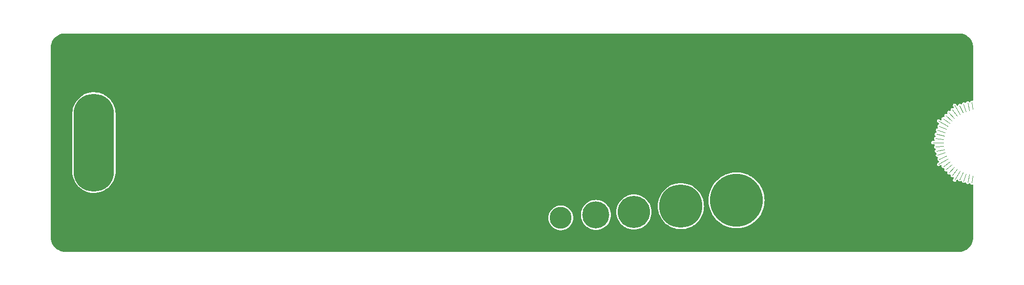
<source format=gbr>
G04 #@! TF.GenerationSoftware,KiCad,Pcbnew,7.0.9*
G04 #@! TF.CreationDate,2024-01-03T20:33:29+01:00*
G04 #@! TF.ProjectId,pcb_ruler,7063625f-7275-46c6-9572-2e6b69636164,rev?*
G04 #@! TF.SameCoordinates,Original*
G04 #@! TF.FileFunction,Copper,L1,Top*
G04 #@! TF.FilePolarity,Positive*
%FSLAX46Y46*%
G04 Gerber Fmt 4.6, Leading zero omitted, Abs format (unit mm)*
G04 Created by KiCad (PCBNEW 7.0.9) date 2024-01-03 20:33:29*
%MOMM*%
%LPD*%
G01*
G04 APERTURE LIST*
G04 #@! TA.AperFunction,EtchedComponent*
%ADD10C,0.100000*%
G04 #@! TD*
G04 #@! TA.AperFunction,ComponentPad*
%ADD11O,7.000000X17.000000*%
G04 #@! TD*
G04 #@! TA.AperFunction,ComponentPad*
%ADD12C,3.800000*%
G04 #@! TD*
G04 #@! TA.AperFunction,ComponentPad*
%ADD13C,5.600000*%
G04 #@! TD*
G04 #@! TA.AperFunction,ComponentPad*
%ADD14C,7.500000*%
G04 #@! TD*
G04 #@! TA.AperFunction,ComponentPad*
%ADD15C,4.700000*%
G04 #@! TD*
G04 #@! TA.AperFunction,ComponentPad*
%ADD16C,9.200000*%
G04 #@! TD*
G04 APERTURE END LIST*
D10*
X259400000Y-124800000D02*
X259263516Y-126013707D01*
X259400000Y-113200000D02*
X259263516Y-111999957D01*
X258818688Y-124564473D02*
X258535177Y-125898316D01*
X258818688Y-113449174D02*
X258535177Y-112115337D01*
X258244227Y-124410595D02*
X257822812Y-125707428D01*
X258244227Y-113603090D02*
X257822812Y-112306212D01*
X257688946Y-124197448D02*
X257134370Y-125443161D01*
X257688946Y-113816216D02*
X257134370Y-112570473D01*
X257159065Y-123927409D02*
X256249973Y-125502043D01*
X257159065Y-114086217D02*
X256249973Y-112511641D01*
X256660292Y-123603554D02*
X255858768Y-124706740D01*
X256660292Y-114410137D02*
X255858768Y-113306931D01*
X256198081Y-123229282D02*
X255285655Y-124242605D01*
X256198081Y-114784415D02*
X255285655Y-113771041D01*
X255777564Y-122808700D02*
X254764176Y-123721191D01*
X255777564Y-115204953D02*
X254764176Y-114292500D01*
X255403292Y-122346489D02*
X254300099Y-123148077D01*
X255403292Y-115667125D02*
X254300099Y-114865619D01*
X255079379Y-121847717D02*
X253504776Y-122756809D01*
X255079379Y-116165910D02*
X253504776Y-115256818D01*
X254809377Y-121317835D02*
X253563634Y-121872476D01*
X254809377Y-116695810D02*
X253563634Y-116141183D01*
X254596251Y-120762618D02*
X253299348Y-121183969D01*
X254596251Y-117251047D02*
X253299348Y-116829656D01*
X254442309Y-120188158D02*
X253108472Y-120471667D01*
X254442309Y-117825533D02*
X253108472Y-117542023D01*
X254349283Y-119600741D02*
X252993118Y-119743265D01*
X254349283Y-118412950D02*
X252993118Y-118270361D01*
X254318161Y-119006846D02*
X252499972Y-119006846D01*
D11*
X107023810Y-119000000D03*
D12*
X187960000Y-132080000D03*
D13*
X200660000Y-131064000D03*
D14*
X208788000Y-130048000D03*
D15*
X194056000Y-131572000D03*
D16*
X218440000Y-129032000D03*
G04 #@! TA.AperFunction,NonConductor*
G36*
X257025710Y-100025614D02*
G01*
X257318279Y-100043313D01*
X257325819Y-100044228D01*
X257612249Y-100096719D01*
X257619632Y-100098540D01*
X257897641Y-100185172D01*
X257904751Y-100187868D01*
X258170294Y-100307380D01*
X258177019Y-100310910D01*
X258426225Y-100461562D01*
X258432477Y-100465877D01*
X258661699Y-100645462D01*
X258661703Y-100645465D01*
X258667393Y-100650506D01*
X258873302Y-100856415D01*
X258878344Y-100862107D01*
X259057920Y-101091320D01*
X259062246Y-101097587D01*
X259212890Y-101346785D01*
X259216429Y-101353527D01*
X259335932Y-101619050D01*
X259338632Y-101626170D01*
X259376373Y-101747284D01*
X259425261Y-101904174D01*
X259425262Y-101904175D01*
X259427084Y-101911568D01*
X259479570Y-102197980D01*
X259480488Y-102205539D01*
X259498194Y-102498265D01*
X259498309Y-102502078D01*
X259497177Y-111585487D01*
X259477166Y-111653605D01*
X259423505Y-111700091D01*
X259353230Y-111710186D01*
X259350611Y-111709781D01*
X259257148Y-111694318D01*
X259257142Y-111694318D01*
X259147165Y-111717258D01*
X259147164Y-111717259D01*
X259052902Y-111778377D01*
X259052900Y-111778379D01*
X258987078Y-111869427D01*
X258985879Y-111874003D01*
X258949258Y-111934826D01*
X258885567Y-111966194D01*
X258815028Y-111958149D01*
X258773001Y-111929207D01*
X258713341Y-111866916D01*
X258713340Y-111866915D01*
X258611568Y-111819330D01*
X258499480Y-111811723D01*
X258499477Y-111811723D01*
X258392213Y-111845120D01*
X258304255Y-111915010D01*
X258304254Y-111915011D01*
X258247480Y-112011959D01*
X258246096Y-112020527D01*
X258215485Y-112084585D01*
X258155101Y-112121925D01*
X258084115Y-112120691D01*
X258040325Y-112096620D01*
X257974025Y-112040524D01*
X257974020Y-112040521D01*
X257867833Y-112003840D01*
X257755563Y-112007995D01*
X257652381Y-112052422D01*
X257652378Y-112052424D01*
X257572210Y-112131129D01*
X257572208Y-112131131D01*
X257525884Y-112233481D01*
X257525882Y-112233486D01*
X257525407Y-112242062D01*
X257501661Y-112308970D01*
X257445512Y-112352418D01*
X257374786Y-112358612D01*
X257328709Y-112339245D01*
X257323762Y-112335878D01*
X257257001Y-112290442D01*
X257257000Y-112290441D01*
X257256999Y-112290441D01*
X257256998Y-112290440D01*
X257147566Y-112265053D01*
X257147559Y-112265053D01*
X257036341Y-112280911D01*
X256938357Y-112335878D01*
X256866849Y-112422525D01*
X256837957Y-112509603D01*
X256797520Y-112567959D01*
X256731953Y-112595189D01*
X256662072Y-112582647D01*
X256610066Y-112534317D01*
X256609249Y-112532923D01*
X256496294Y-112337280D01*
X256496292Y-112337278D01*
X256496291Y-112337276D01*
X256441625Y-112273472D01*
X256441622Y-112273470D01*
X256342647Y-112220321D01*
X256231153Y-112206515D01*
X256231151Y-112206516D01*
X256122202Y-112233918D01*
X256122199Y-112233919D01*
X256030502Y-112298830D01*
X255968448Y-112392480D01*
X255968447Y-112392484D01*
X255944412Y-112502228D01*
X255961645Y-112613244D01*
X256088133Y-112832324D01*
X256104871Y-112901320D01*
X256081651Y-112968412D01*
X256025844Y-113012299D01*
X255955169Y-113019048D01*
X255931337Y-113011957D01*
X255920485Y-113007521D01*
X255920481Y-113007520D01*
X255808159Y-113005444D01*
X255702665Y-113044086D01*
X255618258Y-113118222D01*
X255618256Y-113118226D01*
X255566329Y-113217851D01*
X255553896Y-113329510D01*
X255553897Y-113329512D01*
X255556111Y-113337878D01*
X255554203Y-113408849D01*
X255514228Y-113467522D01*
X255448878Y-113495268D01*
X255399077Y-113491089D01*
X255315740Y-113466820D01*
X255203808Y-113476496D01*
X255102933Y-113525952D01*
X255026737Y-113608507D01*
X255026736Y-113608508D01*
X254985509Y-113713011D01*
X254985508Y-113713013D01*
X254984814Y-113825359D01*
X254987888Y-113833442D01*
X254993408Y-113904224D01*
X254959785Y-113966754D01*
X254897692Y-114001179D01*
X254847728Y-114002227D01*
X254762292Y-113986801D01*
X254762288Y-113986801D01*
X254651988Y-114008124D01*
X254651984Y-114008126D01*
X254556835Y-114067854D01*
X254489687Y-114157923D01*
X254489685Y-114157926D01*
X254459607Y-114266167D01*
X254470662Y-114377972D01*
X254474562Y-114385684D01*
X254487453Y-114455500D01*
X254460552Y-114521203D01*
X254402399Y-114561932D01*
X254352817Y-114568199D01*
X254266271Y-114561791D01*
X254266270Y-114561791D01*
X254158799Y-114594529D01*
X254158798Y-114594529D01*
X254158797Y-114594530D01*
X254070413Y-114663877D01*
X254070410Y-114663880D01*
X254013045Y-114760473D01*
X253994446Y-114871267D01*
X253994446Y-114871270D01*
X254012951Y-114961047D01*
X254007114Y-115031802D01*
X253963950Y-115088170D01*
X253897162Y-115112254D01*
X253827957Y-115096406D01*
X253826546Y-115095603D01*
X253630913Y-114982655D01*
X253591290Y-114968693D01*
X253551668Y-114954731D01*
X253551667Y-114954731D01*
X253551664Y-114954730D01*
X253439379Y-114958190D01*
X253439372Y-114958191D01*
X253335912Y-115001982D01*
X253335911Y-115001983D01*
X253255262Y-115080186D01*
X253255260Y-115080189D01*
X253208304Y-115182252D01*
X253201387Y-115294383D01*
X253201388Y-115294385D01*
X253201388Y-115294386D01*
X253235446Y-115401446D01*
X253289574Y-115468710D01*
X253305880Y-115488974D01*
X253524991Y-115615477D01*
X253573984Y-115666859D01*
X253587420Y-115736573D01*
X253561034Y-115802484D01*
X253503202Y-115843666D01*
X253479019Y-115849440D01*
X253467374Y-115851028D01*
X253467373Y-115851028D01*
X253467371Y-115851029D01*
X253369059Y-115905394D01*
X253369057Y-115905395D01*
X253297021Y-115991605D01*
X253297019Y-115991608D01*
X253260992Y-116098015D01*
X253260992Y-116098017D01*
X253265836Y-116210259D01*
X253265837Y-116210263D01*
X253310898Y-116313172D01*
X253316986Y-116319298D01*
X253350818Y-116381715D01*
X253345534Y-116452515D01*
X253302811Y-116509219D01*
X253257594Y-116530499D01*
X253173289Y-116551150D01*
X253081196Y-116615495D01*
X253081192Y-116615499D01*
X253018563Y-116708762D01*
X253018562Y-116708764D01*
X252993852Y-116818359D01*
X253010400Y-116929482D01*
X253065971Y-117027118D01*
X253065972Y-117027119D01*
X253072701Y-117032603D01*
X253112873Y-117091141D01*
X253115020Y-117162105D01*
X253078460Y-117222965D01*
X253035714Y-117248856D01*
X252953992Y-117278221D01*
X252869124Y-117351842D01*
X252869124Y-117351843D01*
X252816587Y-117451143D01*
X252816586Y-117451148D01*
X252803469Y-117562721D01*
X252803469Y-117562723D01*
X252831542Y-117671504D01*
X252831544Y-117671509D01*
X252897015Y-117762798D01*
X252897018Y-117762801D01*
X252904216Y-117767507D01*
X252950288Y-117821524D01*
X252959842Y-117891875D01*
X252929845Y-117956223D01*
X252890035Y-117986445D01*
X252811916Y-118024146D01*
X252735212Y-118106227D01*
X252735211Y-118106229D01*
X252693334Y-118210480D01*
X252691946Y-118322814D01*
X252691947Y-118322816D01*
X252691947Y-118322817D01*
X252706010Y-118360494D01*
X252731234Y-118428069D01*
X252731235Y-118428072D01*
X252792189Y-118496618D01*
X252822509Y-118560815D01*
X252813308Y-118631213D01*
X252767508Y-118685461D01*
X252699650Y-118706336D01*
X252698032Y-118706346D01*
X252472128Y-118706346D01*
X252472125Y-118706346D01*
X252472117Y-118706347D01*
X252389541Y-118721784D01*
X252294020Y-118780927D01*
X252226315Y-118870583D01*
X252195571Y-118978639D01*
X252195570Y-118978640D01*
X252205936Y-119090503D01*
X252205937Y-119090508D01*
X252256012Y-119191070D01*
X252256014Y-119191074D01*
X252339039Y-119266762D01*
X252443799Y-119307346D01*
X252696753Y-119307346D01*
X252764874Y-119327348D01*
X252811367Y-119381004D01*
X252821471Y-119451278D01*
X252791977Y-119515858D01*
X252773916Y-119532954D01*
X252764684Y-119540105D01*
X252764682Y-119540107D01*
X252706718Y-119636349D01*
X252687435Y-119747029D01*
X252709436Y-119857197D01*
X252709436Y-119857198D01*
X252769749Y-119951980D01*
X252769750Y-119951981D01*
X252769751Y-119951982D01*
X252860232Y-120018578D01*
X252868586Y-120020844D01*
X252929095Y-120057981D01*
X252959921Y-120121936D01*
X252951276Y-120192405D01*
X252922755Y-120233447D01*
X252860050Y-120293502D01*
X252860050Y-120293503D01*
X252826004Y-120366322D01*
X252812466Y-120395277D01*
X252804858Y-120507363D01*
X252804858Y-120507365D01*
X252838256Y-120614631D01*
X252902423Y-120695387D01*
X252908147Y-120702590D01*
X253005094Y-120759363D01*
X253013615Y-120760739D01*
X253077672Y-120791347D01*
X253115014Y-120851730D01*
X253113782Y-120922716D01*
X253089706Y-120966515D01*
X253033670Y-121032737D01*
X253033667Y-121032743D01*
X252996979Y-121138930D01*
X253001126Y-121251197D01*
X253001127Y-121251200D01*
X253027866Y-121313308D01*
X253045551Y-121354388D01*
X253045553Y-121354390D01*
X253124249Y-121434560D01*
X253124252Y-121434562D01*
X253124253Y-121434563D01*
X253226602Y-121480893D01*
X253226601Y-121480893D01*
X253235265Y-121481374D01*
X253302173Y-121505120D01*
X253345621Y-121561270D01*
X253351815Y-121631995D01*
X253332451Y-121678067D01*
X253283599Y-121749854D01*
X253283597Y-121749857D01*
X253258213Y-121859295D01*
X253258213Y-121859297D01*
X253258213Y-121859299D01*
X253269780Y-121940393D01*
X253274077Y-121970519D01*
X253329047Y-122068499D01*
X253374457Y-122105970D01*
X253415700Y-122140003D01*
X253502675Y-122168856D01*
X253561032Y-122209289D01*
X253588266Y-122274855D01*
X253575729Y-122344736D01*
X253527402Y-122396745D01*
X253526001Y-122397566D01*
X253330417Y-122510486D01*
X253330415Y-122510488D01*
X253266609Y-122565154D01*
X253266604Y-122565160D01*
X253213457Y-122664130D01*
X253213457Y-122664132D01*
X253213457Y-122664133D01*
X253199651Y-122775628D01*
X253210664Y-122819416D01*
X253227052Y-122884580D01*
X253227053Y-122884581D01*
X253291964Y-122976278D01*
X253339219Y-123007591D01*
X253385611Y-123038332D01*
X253385612Y-123038332D01*
X253385615Y-123038334D01*
X253495361Y-123062369D01*
X253606378Y-123045136D01*
X253825541Y-122918602D01*
X253894535Y-122901865D01*
X253961627Y-122925086D01*
X254005514Y-122980893D01*
X254012263Y-123051568D01*
X254005172Y-123075397D01*
X254000686Y-123086369D01*
X253998615Y-123198701D01*
X254037259Y-123304190D01*
X254037260Y-123304192D01*
X254051657Y-123320581D01*
X254111404Y-123388597D01*
X254211032Y-123440519D01*
X254322689Y-123452947D01*
X254331000Y-123450747D01*
X254401970Y-123452650D01*
X254460646Y-123492620D01*
X254488397Y-123557968D01*
X254484220Y-123607776D01*
X254459954Y-123691112D01*
X254459954Y-123691114D01*
X254459954Y-123691115D01*
X254469633Y-123803044D01*
X254519091Y-123903917D01*
X254601649Y-123980113D01*
X254706158Y-124021340D01*
X254818503Y-124022030D01*
X254826580Y-124018957D01*
X254897359Y-124013433D01*
X254959891Y-124047052D01*
X254994321Y-124109142D01*
X254995372Y-124159115D01*
X254979956Y-124244484D01*
X254979956Y-124244487D01*
X255001277Y-124354788D01*
X255001279Y-124354791D01*
X255020958Y-124386142D01*
X255061006Y-124449942D01*
X255091029Y-124472325D01*
X255151071Y-124517091D01*
X255151073Y-124517092D01*
X255151075Y-124517093D01*
X255259319Y-124547173D01*
X255371121Y-124536120D01*
X255378840Y-124532216D01*
X255448656Y-124519326D01*
X255514358Y-124546227D01*
X255555087Y-124604380D01*
X255561354Y-124653964D01*
X255554940Y-124740565D01*
X255587675Y-124848035D01*
X255606715Y-124872302D01*
X255657024Y-124936424D01*
X255753619Y-124993793D01*
X255864414Y-125012393D01*
X255954191Y-124993888D01*
X256024943Y-124999726D01*
X256081311Y-125042891D01*
X256105394Y-125109678D01*
X256089546Y-125178883D01*
X256088744Y-125180292D01*
X255975810Y-125375906D01*
X255975809Y-125375907D01*
X255947886Y-125455151D01*
X255947885Y-125455158D01*
X255951345Y-125567442D01*
X255951346Y-125567448D01*
X255995138Y-125670906D01*
X255995139Y-125670907D01*
X256067764Y-125745803D01*
X256073347Y-125751560D01*
X256175410Y-125798516D01*
X256212788Y-125800820D01*
X256287540Y-125805430D01*
X256287541Y-125805429D01*
X256287544Y-125805430D01*
X256394603Y-125771371D01*
X256482129Y-125700938D01*
X256608662Y-125481769D01*
X256660042Y-125432779D01*
X256729755Y-125419341D01*
X256795667Y-125445727D01*
X256836850Y-125503559D01*
X256842624Y-125527741D01*
X256844218Y-125539428D01*
X256898587Y-125637743D01*
X256898589Y-125637745D01*
X256898591Y-125637747D01*
X256984798Y-125709776D01*
X256984799Y-125709776D01*
X256984800Y-125709777D01*
X257091213Y-125745804D01*
X257203454Y-125740958D01*
X257306366Y-125695892D01*
X257312460Y-125689834D01*
X257374876Y-125655999D01*
X257445676Y-125661279D01*
X257502382Y-125703998D01*
X257523667Y-125749225D01*
X257544303Y-125833478D01*
X257586521Y-125893906D01*
X257608646Y-125925575D01*
X257701909Y-125988209D01*
X257701910Y-125988209D01*
X257701911Y-125988210D01*
X257811505Y-126012924D01*
X257811506Y-126012923D01*
X257811507Y-126012924D01*
X257867065Y-126004651D01*
X257922626Y-125996379D01*
X258020268Y-125940810D01*
X258025756Y-125934075D01*
X258084288Y-125893906D01*
X258155252Y-125891757D01*
X258216113Y-125928315D01*
X258242006Y-125971063D01*
X258271375Y-126052796D01*
X258344996Y-126137663D01*
X258444297Y-126190200D01*
X258444299Y-126190201D01*
X258555877Y-126203319D01*
X258664659Y-126175246D01*
X258755954Y-126109771D01*
X258760785Y-126102380D01*
X258814801Y-126056309D01*
X258885152Y-126046753D01*
X258949500Y-126076749D01*
X258980117Y-126117384D01*
X259015995Y-126193119D01*
X259015997Y-126193123D01*
X259097523Y-126270421D01*
X259097524Y-126270421D01*
X259097525Y-126270422D01*
X259201470Y-126313049D01*
X259313794Y-126315249D01*
X259329101Y-126309660D01*
X259399950Y-126305089D01*
X259462023Y-126339547D01*
X259495614Y-126402094D01*
X259498310Y-126428020D01*
X259498310Y-135498097D01*
X259498195Y-135501902D01*
X259480498Y-135794461D01*
X259479580Y-135802020D01*
X259427094Y-136088434D01*
X259425271Y-136095828D01*
X259338641Y-136373832D01*
X259335941Y-136380952D01*
X259216438Y-136646477D01*
X259212899Y-136653219D01*
X259062257Y-136902414D01*
X259057931Y-136908682D01*
X258878351Y-137137898D01*
X258873302Y-137143597D01*
X258667406Y-137349495D01*
X258661706Y-137354545D01*
X258432487Y-137534127D01*
X258426220Y-137538453D01*
X258177031Y-137689094D01*
X258170288Y-137692633D01*
X257904763Y-137812136D01*
X257897644Y-137814836D01*
X257619636Y-137901468D01*
X257612243Y-137903291D01*
X257325828Y-137955779D01*
X257318269Y-137956697D01*
X257060984Y-137972261D01*
X257025875Y-137974385D01*
X257022072Y-137974500D01*
X102025711Y-137974500D01*
X102021911Y-137974385D01*
X101867793Y-137965063D01*
X101729346Y-137956689D01*
X101721787Y-137955771D01*
X101502339Y-137915557D01*
X101435374Y-137903285D01*
X101427983Y-137901464D01*
X101149982Y-137814835D01*
X101142862Y-137812135D01*
X100877324Y-137692627D01*
X100870582Y-137689088D01*
X100621389Y-137538447D01*
X100615122Y-137534121D01*
X100385913Y-137354548D01*
X100380213Y-137349499D01*
X100174311Y-137143597D01*
X100169261Y-137137898D01*
X100108524Y-137060373D01*
X99989676Y-136908675D01*
X99985361Y-136902423D01*
X99834708Y-136653215D01*
X99831178Y-136646490D01*
X99711665Y-136380943D01*
X99708969Y-136373833D01*
X99671228Y-136252718D01*
X99622334Y-136095812D01*
X99620520Y-136088450D01*
X99570064Y-135813121D01*
X99568000Y-135790409D01*
X99568000Y-132080004D01*
X185804475Y-132080004D01*
X185824550Y-132373497D01*
X185824551Y-132373503D01*
X185824552Y-132373511D01*
X185827908Y-132389660D01*
X185884406Y-132661547D01*
X185884408Y-132661555D01*
X185982930Y-132938770D01*
X186058276Y-133084178D01*
X186118278Y-133199976D01*
X186118283Y-133199983D01*
X186244154Y-133378303D01*
X186287935Y-133440326D01*
X186488740Y-133655335D01*
X186488749Y-133655342D01*
X186488753Y-133655346D01*
X186716943Y-133840993D01*
X186716945Y-133840994D01*
X186716951Y-133840999D01*
X186892665Y-133947853D01*
X186968320Y-133993860D01*
X187080771Y-134042704D01*
X187238159Y-134111067D01*
X187521445Y-134190440D01*
X187611357Y-134202798D01*
X187812888Y-134230499D01*
X187812902Y-134230500D01*
X188107098Y-134230500D01*
X188107111Y-134230499D01*
X188278672Y-134206917D01*
X188398555Y-134190440D01*
X188681841Y-134111067D01*
X188951682Y-133993859D01*
X189203049Y-133840999D01*
X189431260Y-133655335D01*
X189632065Y-133440326D01*
X189801722Y-133199976D01*
X189937072Y-132938764D01*
X190035592Y-132661554D01*
X190095448Y-132373511D01*
X190115525Y-132080000D01*
X190115053Y-132073104D01*
X190095449Y-131786502D01*
X190095448Y-131786496D01*
X190095448Y-131786489D01*
X190050877Y-131572001D01*
X191450747Y-131572001D01*
X191469741Y-131886026D01*
X191469742Y-131886029D01*
X191526450Y-132195475D01*
X191620048Y-132495842D01*
X191749157Y-132782710D01*
X191749160Y-132782716D01*
X191911918Y-133051951D01*
X192105934Y-133299596D01*
X192105946Y-133299609D01*
X192328390Y-133522053D01*
X192328403Y-133522065D01*
X192492983Y-133651004D01*
X192576048Y-133716081D01*
X192845279Y-133878837D01*
X192845281Y-133878838D01*
X192845283Y-133878839D01*
X192845289Y-133878842D01*
X193132157Y-134007951D01*
X193132161Y-134007952D01*
X193132165Y-134007954D01*
X193432522Y-134101549D01*
X193741971Y-134158258D01*
X193951323Y-134170921D01*
X194055999Y-134177253D01*
X194056000Y-134177253D01*
X194056001Y-134177253D01*
X194134507Y-134172504D01*
X194370029Y-134158258D01*
X194679478Y-134101549D01*
X194979835Y-134007954D01*
X195113379Y-133947851D01*
X195266710Y-133878842D01*
X195266710Y-133878841D01*
X195266721Y-133878837D01*
X195535952Y-133716081D01*
X195783602Y-133522060D01*
X196006060Y-133299602D01*
X196200081Y-133051952D01*
X196362837Y-132782721D01*
X196404788Y-132689510D01*
X196491951Y-132495842D01*
X196491951Y-132495840D01*
X196491954Y-132495835D01*
X196585549Y-132195478D01*
X196642258Y-131886029D01*
X196661253Y-131572000D01*
X196642258Y-131257971D01*
X196606711Y-131064000D01*
X197604693Y-131064000D01*
X197623903Y-131406082D01*
X197681294Y-131743863D01*
X197776148Y-132073108D01*
X197907259Y-132389637D01*
X197907264Y-132389648D01*
X197907271Y-132389660D01*
X198072991Y-132689510D01*
X198072995Y-132689517D01*
X198271262Y-132968949D01*
X198271267Y-132968956D01*
X198370000Y-133079438D01*
X198499572Y-133224428D01*
X198592684Y-133307638D01*
X198755043Y-133452732D01*
X198755046Y-133452734D01*
X198755047Y-133452735D01*
X198934944Y-133580378D01*
X199034482Y-133651004D01*
X199034489Y-133651008D01*
X199144620Y-133711874D01*
X199334352Y-133816736D01*
X199650896Y-133947853D01*
X199980130Y-134042704D01*
X200317914Y-134100096D01*
X200660000Y-134119307D01*
X201002086Y-134100096D01*
X201339870Y-134042704D01*
X201669104Y-133947853D01*
X201985648Y-133816736D01*
X202285521Y-133651002D01*
X202564953Y-133452735D01*
X202820428Y-133224428D01*
X203048735Y-132968953D01*
X203247002Y-132689521D01*
X203412736Y-132389648D01*
X203543853Y-132073104D01*
X203638704Y-131743870D01*
X203696096Y-131406086D01*
X203715307Y-131064000D01*
X203696096Y-130721914D01*
X203638704Y-130384130D01*
X203543853Y-130054896D01*
X203540998Y-130048003D01*
X204782675Y-130048003D01*
X204801962Y-130440587D01*
X204801963Y-130440601D01*
X204846087Y-130738061D01*
X204859636Y-130829400D01*
X204931174Y-131114995D01*
X204955144Y-131210689D01*
X205066646Y-131522315D01*
X205087562Y-131580772D01*
X205255619Y-131936097D01*
X205255621Y-131936100D01*
X205457696Y-132273243D01*
X205691834Y-132588942D01*
X205691841Y-132588950D01*
X205691842Y-132588951D01*
X205955808Y-132880192D01*
X206247049Y-133144158D01*
X206247057Y-133144165D01*
X206562756Y-133378303D01*
X206562760Y-133378305D01*
X206562761Y-133378306D01*
X206899903Y-133580381D01*
X207255228Y-133748438D01*
X207625316Y-133880857D01*
X208006600Y-133976364D01*
X208395409Y-134034038D01*
X208730590Y-134050504D01*
X208787996Y-134053325D01*
X208788000Y-134053325D01*
X208788004Y-134053325D01*
X208843384Y-134050604D01*
X209180591Y-134034038D01*
X209569400Y-133976364D01*
X209950684Y-133880857D01*
X210320772Y-133748438D01*
X210676097Y-133580381D01*
X211013239Y-133378306D01*
X211119367Y-133299596D01*
X211328942Y-133144165D01*
X211328943Y-133144163D01*
X211328951Y-133144158D01*
X211620192Y-132880192D01*
X211884158Y-132588951D01*
X211953213Y-132495842D01*
X212118303Y-132273243D01*
X212118302Y-132273243D01*
X212118306Y-132273239D01*
X212320381Y-131936097D01*
X212488438Y-131580772D01*
X212620857Y-131210684D01*
X212716364Y-130829400D01*
X212774038Y-130440591D01*
X212792986Y-130054896D01*
X212793325Y-130048003D01*
X212793325Y-130047996D01*
X212786003Y-129898963D01*
X212774038Y-129655409D01*
X212716364Y-129266600D01*
X212657600Y-129032002D01*
X213584611Y-129032002D01*
X213604156Y-129467224D01*
X213604156Y-129467232D01*
X213604157Y-129467234D01*
X213625114Y-129621946D01*
X213662639Y-129898963D01*
X213662640Y-129898968D01*
X213758509Y-130319001D01*
X213759585Y-130323712D01*
X213888970Y-130721917D01*
X213894218Y-130738067D01*
X214065443Y-131138667D01*
X214065447Y-131138676D01*
X214271890Y-131522315D01*
X214271900Y-131522331D01*
X214511907Y-131885925D01*
X214783542Y-132226545D01*
X215041009Y-132495835D01*
X215084622Y-132541450D01*
X215412714Y-132828096D01*
X215765181Y-133084178D01*
X215765193Y-133084185D01*
X215765206Y-133084194D01*
X216139158Y-133307620D01*
X216139171Y-133307627D01*
X216139183Y-133307634D01*
X216531711Y-133496665D01*
X216939602Y-133649749D01*
X217359574Y-133765654D01*
X217788245Y-133843447D01*
X218222164Y-133882500D01*
X218222170Y-133882500D01*
X218657830Y-133882500D01*
X218657836Y-133882500D01*
X219091755Y-133843447D01*
X219520426Y-133765654D01*
X219940398Y-133649749D01*
X220348289Y-133496665D01*
X220740817Y-133307634D01*
X220740836Y-133307622D01*
X220740841Y-133307620D01*
X221114793Y-133084194D01*
X221114798Y-133084190D01*
X221114819Y-133084178D01*
X221467286Y-132828096D01*
X221795378Y-132541450D01*
X222096455Y-132226548D01*
X222368092Y-131885926D01*
X222608103Y-131522326D01*
X222814554Y-131138674D01*
X222985784Y-130738061D01*
X223120415Y-130323712D01*
X223217361Y-129898963D01*
X223275843Y-129467234D01*
X223295389Y-129032000D01*
X223275843Y-128596766D01*
X223217361Y-128165037D01*
X223120415Y-127740288D01*
X222985784Y-127325939D01*
X222814554Y-126925326D01*
X222650852Y-126621115D01*
X222608109Y-126541684D01*
X222608099Y-126541668D01*
X222590905Y-126515621D01*
X222368092Y-126178074D01*
X222321489Y-126119636D01*
X222096457Y-125837454D01*
X221795385Y-125522557D01*
X221795383Y-125522555D01*
X221795378Y-125522550D01*
X221467286Y-125235904D01*
X221467284Y-125235902D01*
X221159649Y-125012393D01*
X221114819Y-124979822D01*
X221114809Y-124979816D01*
X221114793Y-124979805D01*
X220740841Y-124756379D01*
X220740821Y-124756368D01*
X220740817Y-124756366D01*
X220645779Y-124710598D01*
X220348290Y-124567335D01*
X219940390Y-124414248D01*
X219520432Y-124298347D01*
X219091761Y-124220554D01*
X219091760Y-124220553D01*
X219091755Y-124220553D01*
X218657836Y-124181500D01*
X218222164Y-124181500D01*
X217788245Y-124220553D01*
X217788240Y-124220553D01*
X217788238Y-124220554D01*
X217359567Y-124298347D01*
X216939609Y-124414248D01*
X216531709Y-124567335D01*
X216139192Y-124756361D01*
X216139158Y-124756379D01*
X215765206Y-124979805D01*
X215765171Y-124979829D01*
X215412715Y-125235902D01*
X215084614Y-125522557D01*
X214783542Y-125837454D01*
X214511907Y-126178074D01*
X214271900Y-126541668D01*
X214271890Y-126541684D01*
X214065447Y-126925323D01*
X214065443Y-126925332D01*
X213894218Y-127325932D01*
X213759584Y-127740290D01*
X213662640Y-128165031D01*
X213662639Y-128165036D01*
X213604157Y-128596766D01*
X213604156Y-128596775D01*
X213584611Y-129031997D01*
X213584611Y-129032002D01*
X212657600Y-129032002D01*
X212620857Y-128885316D01*
X212488438Y-128515228D01*
X212320381Y-128159903D01*
X212118306Y-127822761D01*
X212118305Y-127822760D01*
X212118303Y-127822756D01*
X211884165Y-127507057D01*
X211858545Y-127478790D01*
X211620192Y-127215808D01*
X211328951Y-126951842D01*
X211328950Y-126951841D01*
X211328942Y-126951834D01*
X211013243Y-126717696D01*
X210676100Y-126515621D01*
X210676101Y-126515621D01*
X210676097Y-126515619D01*
X210320772Y-126347562D01*
X210230460Y-126315248D01*
X209950689Y-126215144D01*
X209851106Y-126190200D01*
X209569400Y-126119636D01*
X209457977Y-126103108D01*
X209180601Y-126061963D01*
X209180594Y-126061962D01*
X209180591Y-126061962D01*
X208984295Y-126052318D01*
X208788004Y-126042675D01*
X208787996Y-126042675D01*
X208563662Y-126053696D01*
X208395409Y-126061962D01*
X208395406Y-126061962D01*
X208395398Y-126061963D01*
X208006606Y-126119635D01*
X208006604Y-126119635D01*
X208006600Y-126119636D01*
X207815958Y-126167389D01*
X207625310Y-126215144D01*
X207255230Y-126347561D01*
X206899899Y-126515621D01*
X206562756Y-126717696D01*
X206247057Y-126951834D01*
X205955808Y-127215808D01*
X205691834Y-127507057D01*
X205457696Y-127822756D01*
X205255621Y-128159899D01*
X205087561Y-128515230D01*
X204955144Y-128885310D01*
X204918401Y-129031997D01*
X204859636Y-129266600D01*
X204859635Y-129266604D01*
X204859635Y-129266606D01*
X204801963Y-129655398D01*
X204801962Y-129655412D01*
X204782675Y-130047996D01*
X204782675Y-130048003D01*
X203540998Y-130048003D01*
X203412736Y-129738352D01*
X203307874Y-129548620D01*
X203247008Y-129438489D01*
X203247004Y-129438482D01*
X203239509Y-129427918D01*
X203048735Y-129159047D01*
X203048734Y-129159046D01*
X203048732Y-129159043D01*
X202935200Y-129032002D01*
X202820428Y-128903572D01*
X202675438Y-128774000D01*
X202564956Y-128675267D01*
X202564949Y-128675262D01*
X202285517Y-128476995D01*
X202285510Y-128476991D01*
X202071269Y-128358585D01*
X201985648Y-128311264D01*
X201985641Y-128311261D01*
X201985637Y-128311259D01*
X201669108Y-128180148D01*
X201339863Y-128085294D01*
X201002082Y-128027903D01*
X200660000Y-128008693D01*
X200317917Y-128027903D01*
X199980136Y-128085294D01*
X199650891Y-128180148D01*
X199334362Y-128311259D01*
X199334339Y-128311271D01*
X199034489Y-128476991D01*
X199034482Y-128476995D01*
X198755050Y-128675262D01*
X198755043Y-128675267D01*
X198499572Y-128903572D01*
X198271267Y-129159043D01*
X198271262Y-129159050D01*
X198072995Y-129438482D01*
X198072991Y-129438489D01*
X197907271Y-129738339D01*
X197907259Y-129738362D01*
X197776148Y-130054891D01*
X197681294Y-130384136D01*
X197623903Y-130721917D01*
X197604693Y-131064000D01*
X196606711Y-131064000D01*
X196585549Y-130948522D01*
X196491954Y-130648165D01*
X196491952Y-130648161D01*
X196491951Y-130648157D01*
X196362842Y-130361289D01*
X196362839Y-130361283D01*
X196200081Y-130092048D01*
X196006065Y-129844403D01*
X196006053Y-129844390D01*
X195783609Y-129621946D01*
X195783596Y-129621934D01*
X195535951Y-129427918D01*
X195266716Y-129265160D01*
X195266710Y-129265157D01*
X194979842Y-129136048D01*
X194679475Y-129042450D01*
X194370029Y-128985742D01*
X194370026Y-128985741D01*
X194056001Y-128966747D01*
X194055999Y-128966747D01*
X193741973Y-128985741D01*
X193741970Y-128985742D01*
X193432524Y-129042450D01*
X193132157Y-129136048D01*
X192845289Y-129265157D01*
X192845283Y-129265160D01*
X192576048Y-129427918D01*
X192328403Y-129621934D01*
X192328390Y-129621946D01*
X192105946Y-129844390D01*
X192105934Y-129844403D01*
X191911918Y-130092048D01*
X191749160Y-130361283D01*
X191749157Y-130361289D01*
X191620048Y-130648157D01*
X191526450Y-130948524D01*
X191469742Y-131257970D01*
X191469741Y-131257973D01*
X191450747Y-131571998D01*
X191450747Y-131572001D01*
X190050877Y-131572001D01*
X190035592Y-131498446D01*
X189937072Y-131221236D01*
X189937070Y-131221232D01*
X189937069Y-131221229D01*
X189855598Y-131064000D01*
X189801722Y-130960024D01*
X189632065Y-130719674D01*
X189431260Y-130504665D01*
X189431250Y-130504657D01*
X189431246Y-130504653D01*
X189203056Y-130319006D01*
X189203052Y-130319003D01*
X189203049Y-130319001D01*
X188951682Y-130166141D01*
X188951683Y-130166141D01*
X188951679Y-130166139D01*
X188681847Y-130048935D01*
X188681843Y-130048933D01*
X188681841Y-130048933D01*
X188398555Y-129969560D01*
X188398554Y-129969559D01*
X188398551Y-129969559D01*
X188107111Y-129929500D01*
X188107098Y-129929500D01*
X187812902Y-129929500D01*
X187812888Y-129929500D01*
X187521448Y-129969559D01*
X187238152Y-130048935D01*
X186968320Y-130166139D01*
X186716943Y-130319006D01*
X186488753Y-130504653D01*
X186488737Y-130504668D01*
X186287932Y-130719677D01*
X186118283Y-130960016D01*
X186118275Y-130960029D01*
X185982930Y-131221229D01*
X185884408Y-131498444D01*
X185884406Y-131498452D01*
X185869123Y-131572000D01*
X185833409Y-131743870D01*
X185824551Y-131786496D01*
X185824550Y-131786502D01*
X185804475Y-132079995D01*
X185804475Y-132080004D01*
X99568000Y-132080004D01*
X99568000Y-124096580D01*
X103273310Y-124096580D01*
X103288235Y-124386143D01*
X103288236Y-124386149D01*
X103347737Y-124768189D01*
X103446206Y-125142093D01*
X103446207Y-125142095D01*
X103582594Y-125503881D01*
X103582603Y-125503901D01*
X103755468Y-125849746D01*
X103755471Y-125849752D01*
X103962980Y-126175993D01*
X103962991Y-126176008D01*
X104162452Y-126428020D01*
X104202950Y-126479187D01*
X104472813Y-126756091D01*
X104675676Y-126925326D01*
X104769719Y-127003780D01*
X105090508Y-127219622D01*
X105090511Y-127219623D01*
X105090516Y-127219627D01*
X105269414Y-127314880D01*
X105431798Y-127401341D01*
X105431800Y-127401341D01*
X105431808Y-127401346D01*
X105789976Y-127547009D01*
X106161223Y-127655074D01*
X106541613Y-127724394D01*
X106927114Y-127754234D01*
X107313641Y-127744278D01*
X107697095Y-127694633D01*
X108073412Y-127605823D01*
X108438604Y-127478790D01*
X108788798Y-127314882D01*
X109120283Y-127115835D01*
X109429544Y-126883759D01*
X109713305Y-126621115D01*
X109968555Y-126330686D01*
X110192591Y-126015551D01*
X110383037Y-125679051D01*
X110537875Y-125324753D01*
X110655462Y-124956412D01*
X110734553Y-124577933D01*
X110767473Y-124259469D01*
X110774310Y-124193330D01*
X110774310Y-113903420D01*
X110774201Y-113901308D01*
X110759384Y-113613858D01*
X110740263Y-113491089D01*
X110704525Y-113261623D01*
X110699882Y-113231809D01*
X110601412Y-112857903D01*
X110554635Y-112733823D01*
X110465025Y-112496118D01*
X110465016Y-112496098D01*
X110386616Y-112339245D01*
X110292148Y-112150246D01*
X110163539Y-111948051D01*
X110084639Y-111824006D01*
X110084628Y-111823991D01*
X109844671Y-111520814D01*
X109837979Y-111513947D01*
X109574807Y-111243909D01*
X109277902Y-110996221D01*
X109277900Y-110996219D01*
X108957111Y-110780377D01*
X108957089Y-110780365D01*
X108615821Y-110598658D01*
X108615815Y-110598655D01*
X108615812Y-110598654D01*
X108257644Y-110452991D01*
X108257636Y-110452988D01*
X108257631Y-110452987D01*
X107886397Y-110344926D01*
X107506007Y-110275606D01*
X107505997Y-110275605D01*
X107505988Y-110275604D01*
X107120505Y-110245765D01*
X106733982Y-110255721D01*
X106733979Y-110255721D01*
X106350517Y-110305368D01*
X106350516Y-110305368D01*
X105974215Y-110394175D01*
X105974211Y-110394176D01*
X105974208Y-110394177D01*
X105609016Y-110521210D01*
X105258822Y-110685118D01*
X104927337Y-110884165D01*
X104927334Y-110884167D01*
X104618075Y-111116241D01*
X104334315Y-111378884D01*
X104079065Y-111669314D01*
X103912823Y-111903155D01*
X103855029Y-111984449D01*
X103823293Y-112040524D01*
X103664585Y-112320945D01*
X103664581Y-112320952D01*
X103509744Y-112675249D01*
X103509743Y-112675250D01*
X103392159Y-113043581D01*
X103392159Y-113043584D01*
X103313067Y-113422063D01*
X103273310Y-113806669D01*
X103273310Y-124096580D01*
X99568000Y-124096580D01*
X99568000Y-102209645D01*
X99570064Y-102186933D01*
X99620530Y-101911547D01*
X99622343Y-101904193D01*
X99708980Y-101626164D01*
X99711671Y-101619065D01*
X99831190Y-101353506D01*
X99834713Y-101346794D01*
X99985374Y-101097573D01*
X99989678Y-101091337D01*
X100169276Y-100862098D01*
X100174311Y-100856415D01*
X100380224Y-100650503D01*
X100385912Y-100645465D01*
X100615138Y-100465877D01*
X100621387Y-100461563D01*
X100870586Y-100310920D01*
X100877328Y-100307381D01*
X101142866Y-100187873D01*
X101149983Y-100185174D01*
X101427991Y-100098543D01*
X101435369Y-100096725D01*
X101721799Y-100044236D01*
X101729339Y-100043321D01*
X101960621Y-100029331D01*
X102022077Y-100025615D01*
X102025881Y-100025500D01*
X102032095Y-100025500D01*
X257015525Y-100025500D01*
X257021907Y-100025500D01*
X257025710Y-100025614D01*
G37*
G04 #@! TD.AperFunction*
M02*

</source>
